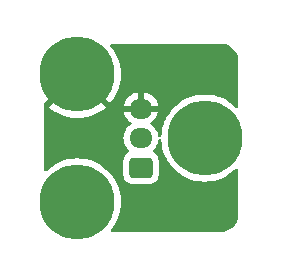
<source format=gbr>
%TF.GenerationSoftware,KiCad,Pcbnew,(6.0.0-0)*%
%TF.CreationDate,2022-09-17T09:57:17-07:00*%
%TF.ProjectId,Untitled,556e7469-746c-4656-942e-6b696361645f,rev?*%
%TF.SameCoordinates,Original*%
%TF.FileFunction,Copper,L1,Top*%
%TF.FilePolarity,Positive*%
%FSLAX46Y46*%
G04 Gerber Fmt 4.6, Leading zero omitted, Abs format (unit mm)*
G04 Created by KiCad (PCBNEW (6.0.0-0)) date 2022-09-17 09:57:17*
%MOMM*%
%LPD*%
G01*
G04 APERTURE LIST*
G04 Aperture macros list*
%AMRoundRect*
0 Rectangle with rounded corners*
0 $1 Rounding radius*
0 $2 $3 $4 $5 $6 $7 $8 $9 X,Y pos of 4 corners*
0 Add a 4 corners polygon primitive as box body*
4,1,4,$2,$3,$4,$5,$6,$7,$8,$9,$2,$3,0*
0 Add four circle primitives for the rounded corners*
1,1,$1+$1,$2,$3*
1,1,$1+$1,$4,$5*
1,1,$1+$1,$6,$7*
1,1,$1+$1,$8,$9*
0 Add four rect primitives between the rounded corners*
20,1,$1+$1,$2,$3,$4,$5,0*
20,1,$1+$1,$4,$5,$6,$7,0*
20,1,$1+$1,$6,$7,$8,$9,0*
20,1,$1+$1,$8,$9,$2,$3,0*%
G04 Aperture macros list end*
%TA.AperFunction,ComponentPad*%
%ADD10RoundRect,0.250000X0.725000X-0.600000X0.725000X0.600000X-0.725000X0.600000X-0.725000X-0.600000X0*%
%TD*%
%TA.AperFunction,ComponentPad*%
%ADD11O,1.950000X1.700000*%
%TD*%
%TA.AperFunction,ComponentPad*%
%ADD12C,6.350000*%
%TD*%
G04 APERTURE END LIST*
D10*
%TO.P,J1,1*%
%TO.N,VCC*%
X103100000Y-69900000D03*
D11*
%TO.P,J1,2*%
%TO.N,S*%
X103100000Y-67400000D03*
%TO.P,J1,3*%
%TO.N,SW_NC*%
X103100000Y-64900000D03*
%TD*%
D12*
%TO.P,H6,1,1*%
%TO.N,SW_NC*%
X97706000Y-62000000D03*
%TD*%
%TO.P,H5,1,1*%
%TO.N,SW_NO*%
X97706000Y-72800000D03*
%TD*%
%TO.P,H4,1,1*%
%TO.N,S*%
X108506000Y-67400000D03*
%TD*%
%TA.AperFunction,Conductor*%
%TO.N,SW_NC*%
G36*
X109820056Y-59409500D02*
G01*
X109822284Y-59409847D01*
X109834859Y-59411805D01*
X109834861Y-59411805D01*
X109843730Y-59413186D01*
X109852632Y-59412022D01*
X109852634Y-59412022D01*
X109858959Y-59411195D01*
X109884282Y-59410452D01*
X110048126Y-59422170D01*
X110053343Y-59422543D01*
X110071137Y-59425101D01*
X110261540Y-59466521D01*
X110278788Y-59471586D01*
X110461358Y-59539682D01*
X110477710Y-59547149D01*
X110478842Y-59547767D01*
X110648734Y-59640534D01*
X110663848Y-59650248D01*
X110773516Y-59732344D01*
X110819842Y-59767023D01*
X110833428Y-59778796D01*
X110971204Y-59916572D01*
X110982977Y-59930158D01*
X111099752Y-60086152D01*
X111109469Y-60101271D01*
X111202851Y-60272290D01*
X111210318Y-60288642D01*
X111278414Y-60471212D01*
X111283480Y-60488462D01*
X111324899Y-60678863D01*
X111327457Y-60696658D01*
X111338942Y-60857239D01*
X111339041Y-60858629D01*
X111338297Y-60876533D01*
X111338195Y-60884858D01*
X111336814Y-60893730D01*
X111337978Y-60902632D01*
X111337978Y-60902635D01*
X111340936Y-60925251D01*
X111342000Y-60941589D01*
X111342000Y-64722554D01*
X111321998Y-64790675D01*
X111268342Y-64837168D01*
X111198068Y-64847272D01*
X111133488Y-64817778D01*
X111126905Y-64811649D01*
X110974125Y-64658869D01*
X110674078Y-64415896D01*
X110350278Y-64205618D01*
X110347344Y-64204123D01*
X110347337Y-64204119D01*
X110009210Y-64031835D01*
X110006270Y-64030337D01*
X109785453Y-63945574D01*
X109648916Y-63893162D01*
X109648914Y-63893161D01*
X109645826Y-63891976D01*
X109272894Y-63792049D01*
X109070357Y-63759970D01*
X108894807Y-63732165D01*
X108894799Y-63732164D01*
X108891559Y-63731651D01*
X108506000Y-63711445D01*
X108120441Y-63731651D01*
X108117201Y-63732164D01*
X108117193Y-63732165D01*
X107941643Y-63759970D01*
X107739106Y-63792049D01*
X107366174Y-63891976D01*
X107363086Y-63893161D01*
X107363084Y-63893162D01*
X107226547Y-63945574D01*
X107005730Y-64030337D01*
X107002790Y-64031835D01*
X106664664Y-64204119D01*
X106664657Y-64204123D01*
X106661723Y-64205618D01*
X106337922Y-64415896D01*
X106037875Y-64658869D01*
X105764869Y-64931875D01*
X105521896Y-65231922D01*
X105520094Y-65234697D01*
X105347137Y-65501029D01*
X105311618Y-65555723D01*
X105310123Y-65558657D01*
X105310119Y-65558664D01*
X105187756Y-65798814D01*
X105136337Y-65899730D01*
X105090237Y-66019826D01*
X105017740Y-66208688D01*
X104997976Y-66260174D01*
X104898049Y-66633106D01*
X104873323Y-66789217D01*
X104839424Y-67003248D01*
X104837651Y-67014441D01*
X104832511Y-67112516D01*
X104827209Y-67213693D01*
X104803670Y-67280674D01*
X104747654Y-67324295D01*
X104676948Y-67330707D01*
X104613999Y-67297875D01*
X104578067Y-67232973D01*
X104532002Y-67013428D01*
X104530907Y-67008209D01*
X104446224Y-66793779D01*
X104326623Y-66596683D01*
X104239755Y-66496576D01*
X104179023Y-66426588D01*
X104179021Y-66426586D01*
X104175523Y-66422555D01*
X104133970Y-66388484D01*
X104001373Y-66279760D01*
X104001367Y-66279756D01*
X103997245Y-66276376D01*
X103992602Y-66273733D01*
X103965265Y-66258171D01*
X103915959Y-66207088D01*
X103902098Y-66137458D01*
X103928082Y-66071387D01*
X103957232Y-66044149D01*
X104074578Y-65965148D01*
X104082870Y-65958481D01*
X104241900Y-65806772D01*
X104248941Y-65798814D01*
X104380141Y-65622475D01*
X104385745Y-65613438D01*
X104485357Y-65417516D01*
X104489357Y-65407665D01*
X104554534Y-65197760D01*
X104556817Y-65187376D01*
X104558861Y-65171957D01*
X104556665Y-65157793D01*
X104543478Y-65154000D01*
X101658808Y-65154000D01*
X101645277Y-65157973D01*
X101643752Y-65168580D01*
X101668477Y-65286421D01*
X101671537Y-65296617D01*
X101752263Y-65501029D01*
X101756994Y-65510561D01*
X101871016Y-65698462D01*
X101877280Y-65707052D01*
X102021327Y-65873052D01*
X102028958Y-65880472D01*
X102198911Y-66019826D01*
X102207674Y-66025848D01*
X102234711Y-66041238D01*
X102284018Y-66092320D01*
X102297880Y-66161951D01*
X102271897Y-66228022D01*
X102242747Y-66255261D01*
X102215310Y-66273733D01*
X102120681Y-66337441D01*
X101953865Y-66496576D01*
X101816246Y-66681542D01*
X101711760Y-66887051D01*
X101710178Y-66892145D01*
X101710177Y-66892148D01*
X101672204Y-67014441D01*
X101643393Y-67107227D01*
X101642692Y-67112516D01*
X101620405Y-67280674D01*
X101613102Y-67335774D01*
X101621751Y-67566158D01*
X101669093Y-67791791D01*
X101753776Y-68006221D01*
X101873377Y-68203317D01*
X101876874Y-68207347D01*
X101963438Y-68307103D01*
X102024477Y-68377445D01*
X102060120Y-68406670D01*
X102100114Y-68465329D01*
X102102046Y-68536299D01*
X102065302Y-68597048D01*
X102046532Y-68611248D01*
X101915579Y-68692285D01*
X101900652Y-68701522D01*
X101775695Y-68826697D01*
X101771855Y-68832927D01*
X101771854Y-68832928D01*
X101728532Y-68903210D01*
X101682885Y-68977262D01*
X101627203Y-69145139D01*
X101626503Y-69151975D01*
X101626502Y-69151978D01*
X101622397Y-69192049D01*
X101616500Y-69249600D01*
X101616500Y-70550400D01*
X101616837Y-70553646D01*
X101616837Y-70553650D01*
X101624959Y-70631922D01*
X101627474Y-70656166D01*
X101683450Y-70823946D01*
X101776522Y-70974348D01*
X101901697Y-71099305D01*
X101907927Y-71103145D01*
X101907928Y-71103146D01*
X102045090Y-71187694D01*
X102052262Y-71192115D01*
X102132005Y-71218564D01*
X102213611Y-71245632D01*
X102213613Y-71245632D01*
X102220139Y-71247797D01*
X102226975Y-71248497D01*
X102226978Y-71248498D01*
X102270031Y-71252909D01*
X102324600Y-71258500D01*
X103875400Y-71258500D01*
X103878646Y-71258163D01*
X103878650Y-71258163D01*
X103974308Y-71248238D01*
X103974312Y-71248237D01*
X103981166Y-71247526D01*
X103987702Y-71245345D01*
X103987704Y-71245345D01*
X104119806Y-71201272D01*
X104148946Y-71191550D01*
X104299348Y-71098478D01*
X104424305Y-70973303D01*
X104435142Y-70955723D01*
X104513275Y-70828968D01*
X104513276Y-70828966D01*
X104517115Y-70822738D01*
X104572797Y-70654861D01*
X104583500Y-70550400D01*
X104583500Y-69249600D01*
X104582643Y-69241336D01*
X104573238Y-69150692D01*
X104573237Y-69150688D01*
X104572526Y-69143834D01*
X104568462Y-69131651D01*
X104518868Y-68983002D01*
X104516550Y-68976054D01*
X104423478Y-68825652D01*
X104298303Y-68700695D01*
X104152660Y-68610919D01*
X104105168Y-68558148D01*
X104093744Y-68488076D01*
X104122018Y-68422952D01*
X104131805Y-68412490D01*
X104242278Y-68307103D01*
X104246135Y-68303424D01*
X104383754Y-68118458D01*
X104488240Y-67912949D01*
X104524321Y-67796752D01*
X104555024Y-67697871D01*
X104556607Y-67692773D01*
X104557308Y-67687484D01*
X104575217Y-67552361D01*
X104603996Y-67487459D01*
X104663296Y-67448419D01*
X104734288Y-67447636D01*
X104794434Y-67485358D01*
X104824637Y-67549610D01*
X104825952Y-67562318D01*
X104837651Y-67785559D01*
X104838164Y-67788799D01*
X104838165Y-67788807D01*
X104857020Y-67907852D01*
X104898049Y-68166894D01*
X104997976Y-68539826D01*
X105136337Y-68900270D01*
X105137835Y-68903210D01*
X105260440Y-69143834D01*
X105311618Y-69244277D01*
X105521896Y-69568078D01*
X105764869Y-69868125D01*
X106037875Y-70141131D01*
X106337922Y-70384104D01*
X106340697Y-70385906D01*
X106593996Y-70550400D01*
X106661722Y-70594382D01*
X106664656Y-70595877D01*
X106664663Y-70595881D01*
X106795811Y-70662704D01*
X107005730Y-70769663D01*
X107366174Y-70908024D01*
X107739106Y-71007951D01*
X107941643Y-71040030D01*
X108117193Y-71067835D01*
X108117201Y-71067836D01*
X108120441Y-71068349D01*
X108506000Y-71088555D01*
X108891559Y-71068349D01*
X108894799Y-71067836D01*
X108894807Y-71067835D01*
X109070357Y-71040030D01*
X109272894Y-71007951D01*
X109645826Y-70908024D01*
X110006270Y-70769663D01*
X110216189Y-70662704D01*
X110347337Y-70595881D01*
X110347344Y-70595877D01*
X110350278Y-70594382D01*
X110418005Y-70550400D01*
X110671303Y-70385906D01*
X110674078Y-70384104D01*
X110974125Y-70141131D01*
X111126905Y-69988351D01*
X111189217Y-69954325D01*
X111260032Y-69959390D01*
X111316868Y-70001937D01*
X111341679Y-70068457D01*
X111342000Y-70077446D01*
X111342000Y-73800672D01*
X111340500Y-73820056D01*
X111336814Y-73843730D01*
X111337978Y-73852632D01*
X111337978Y-73852634D01*
X111338805Y-73858959D01*
X111339548Y-73884282D01*
X111327830Y-74048126D01*
X111327457Y-74053343D01*
X111324899Y-74071137D01*
X111283480Y-74261538D01*
X111278414Y-74278788D01*
X111210318Y-74461358D01*
X111202851Y-74477710D01*
X111110388Y-74647046D01*
X111109469Y-74648729D01*
X111099752Y-74663848D01*
X111042016Y-74740975D01*
X110982977Y-74819842D01*
X110971204Y-74833428D01*
X110833428Y-74971204D01*
X110819841Y-74982977D01*
X110663848Y-75099752D01*
X110648734Y-75109466D01*
X110598847Y-75136706D01*
X110477710Y-75202851D01*
X110461358Y-75210318D01*
X110278788Y-75278414D01*
X110261540Y-75283479D01*
X110098022Y-75319051D01*
X110071137Y-75324899D01*
X110053342Y-75327457D01*
X110004443Y-75330954D01*
X109891369Y-75339041D01*
X109873467Y-75338297D01*
X109865142Y-75338195D01*
X109856270Y-75336814D01*
X109847368Y-75337978D01*
X109847365Y-75337978D01*
X109824749Y-75340936D01*
X109808411Y-75342000D01*
X100651472Y-75342000D01*
X100583351Y-75321998D01*
X100536858Y-75268342D01*
X100526754Y-75198068D01*
X100553552Y-75136706D01*
X100688018Y-74970654D01*
X100690104Y-74968078D01*
X100900382Y-74644277D01*
X100985253Y-74477710D01*
X101074165Y-74303210D01*
X101075663Y-74300270D01*
X101214024Y-73939826D01*
X101313951Y-73566894D01*
X101374349Y-73185559D01*
X101394555Y-72800000D01*
X101374349Y-72414441D01*
X101313951Y-72033106D01*
X101214024Y-71660174D01*
X101075663Y-71299730D01*
X101054488Y-71258172D01*
X100901881Y-70958664D01*
X100901877Y-70958657D01*
X100900382Y-70955723D01*
X100809510Y-70815791D01*
X100705001Y-70654861D01*
X100690104Y-70631922D01*
X100447131Y-70331875D01*
X100174125Y-70058869D01*
X99874078Y-69815896D01*
X99550278Y-69605618D01*
X99547344Y-69604123D01*
X99547337Y-69604119D01*
X99209210Y-69431835D01*
X99206270Y-69430337D01*
X98845826Y-69291976D01*
X98472894Y-69192049D01*
X98219898Y-69151978D01*
X98094807Y-69132165D01*
X98094799Y-69132164D01*
X98091559Y-69131651D01*
X97706000Y-69111445D01*
X97320441Y-69131651D01*
X97317201Y-69132164D01*
X97317193Y-69132165D01*
X97192102Y-69151978D01*
X96939106Y-69192049D01*
X96566174Y-69291976D01*
X96205730Y-69430337D01*
X96202790Y-69431835D01*
X95864664Y-69604119D01*
X95864657Y-69604123D01*
X95861723Y-69605618D01*
X95537922Y-69815896D01*
X95237875Y-70058869D01*
X95123095Y-70173649D01*
X95060783Y-70207675D01*
X94989968Y-70202610D01*
X94933132Y-70160063D01*
X94908321Y-70093543D01*
X94908000Y-70084554D01*
X94908000Y-64779611D01*
X95291536Y-64779611D01*
X95298993Y-64789979D01*
X95535640Y-64981612D01*
X95540991Y-64985500D01*
X95859204Y-65192150D01*
X95864914Y-65195447D01*
X96202993Y-65367707D01*
X96209018Y-65370389D01*
X96563239Y-65506362D01*
X96569521Y-65508403D01*
X96936021Y-65606606D01*
X96942471Y-65607977D01*
X97317245Y-65667336D01*
X97323783Y-65668022D01*
X97702699Y-65687881D01*
X97709301Y-65687881D01*
X98088217Y-65668022D01*
X98094755Y-65667336D01*
X98469529Y-65607977D01*
X98475979Y-65606606D01*
X98842479Y-65508403D01*
X98848761Y-65506362D01*
X99202982Y-65370389D01*
X99209007Y-65367707D01*
X99547086Y-65195447D01*
X99552796Y-65192150D01*
X99871009Y-64985500D01*
X99876360Y-64981612D01*
X100112055Y-64790749D01*
X100120523Y-64778491D01*
X100114190Y-64767401D01*
X99974832Y-64628043D01*
X101641139Y-64628043D01*
X101643335Y-64642207D01*
X101656522Y-64646000D01*
X102827885Y-64646000D01*
X102843124Y-64641525D01*
X102844329Y-64640135D01*
X102846000Y-64632452D01*
X102846000Y-64627885D01*
X103354000Y-64627885D01*
X103358475Y-64643124D01*
X103359865Y-64644329D01*
X103367548Y-64646000D01*
X104541192Y-64646000D01*
X104554723Y-64642027D01*
X104556248Y-64631420D01*
X104531523Y-64513579D01*
X104528463Y-64503383D01*
X104447737Y-64298971D01*
X104443006Y-64289439D01*
X104328984Y-64101538D01*
X104322720Y-64092948D01*
X104178673Y-63926948D01*
X104171042Y-63919528D01*
X104001089Y-63780174D01*
X103992322Y-63774150D01*
X103801318Y-63665424D01*
X103791654Y-63660959D01*
X103585059Y-63585969D01*
X103574792Y-63583198D01*
X103371826Y-63546496D01*
X103358586Y-63547915D01*
X103354000Y-63562550D01*
X103354000Y-64627885D01*
X102846000Y-64627885D01*
X102846000Y-63566151D01*
X102841690Y-63551473D01*
X102829807Y-63549410D01*
X102750675Y-63556124D01*
X102740203Y-63557914D01*
X102527465Y-63613130D01*
X102517425Y-63616665D01*
X102317030Y-63706937D01*
X102307744Y-63712106D01*
X102125425Y-63834850D01*
X102117130Y-63841519D01*
X101958100Y-63993228D01*
X101951059Y-64001186D01*
X101819859Y-64177525D01*
X101814255Y-64186562D01*
X101714643Y-64382484D01*
X101710643Y-64392335D01*
X101645466Y-64602240D01*
X101643183Y-64612624D01*
X101641139Y-64628043D01*
X99974832Y-64628043D01*
X97718810Y-62372020D01*
X97704869Y-62364408D01*
X97703034Y-62364539D01*
X97696420Y-62368790D01*
X95298676Y-64766535D01*
X95291536Y-64779611D01*
X94908000Y-64779611D01*
X94908000Y-64490979D01*
X94928002Y-64422858D01*
X94944905Y-64401884D01*
X97616905Y-61729885D01*
X97679217Y-61695859D01*
X97750033Y-61700924D01*
X97795095Y-61729885D01*
X100472535Y-64407324D01*
X100485611Y-64414464D01*
X100495979Y-64407007D01*
X100687612Y-64170360D01*
X100691500Y-64165009D01*
X100898150Y-63846796D01*
X100901447Y-63841086D01*
X101073707Y-63503007D01*
X101076389Y-63496982D01*
X101212362Y-63142761D01*
X101214403Y-63136479D01*
X101312606Y-62769979D01*
X101313977Y-62763529D01*
X101373336Y-62388755D01*
X101374022Y-62382217D01*
X101393881Y-62003301D01*
X101393881Y-61996699D01*
X101374022Y-61617783D01*
X101373336Y-61611245D01*
X101313977Y-61236471D01*
X101312606Y-61230021D01*
X101214403Y-60863521D01*
X101212362Y-60857239D01*
X101076389Y-60503018D01*
X101073707Y-60496993D01*
X100901447Y-60158914D01*
X100898150Y-60153204D01*
X100691500Y-59834991D01*
X100687621Y-59829652D01*
X100512418Y-59613294D01*
X100485093Y-59547767D01*
X100497533Y-59477868D01*
X100545787Y-59425791D01*
X100610339Y-59408000D01*
X109800672Y-59408000D01*
X109820056Y-59409500D01*
G37*
%TD.AperFunction*%
%TD*%
M02*

</source>
